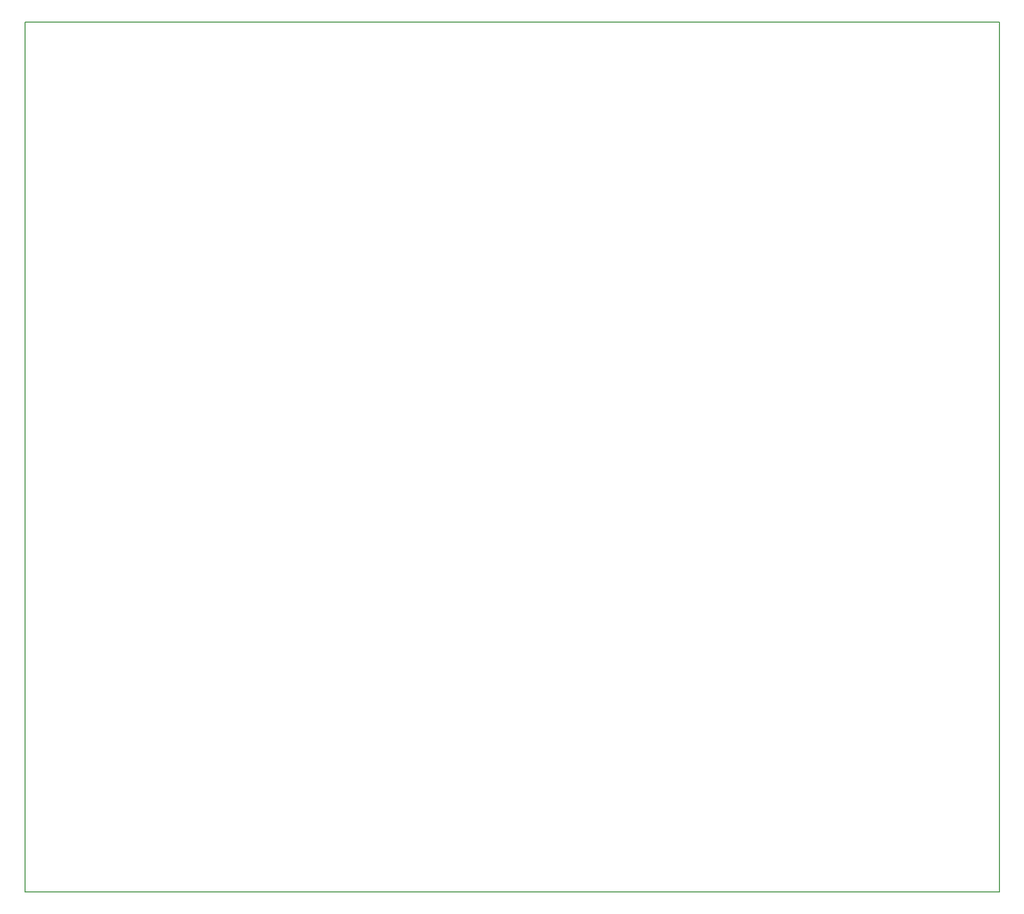
<source format=gbr>
%TF.GenerationSoftware,KiCad,Pcbnew,4.0.7*%
%TF.CreationDate,2018-03-06T18:34:13+01:00*%
%TF.ProjectId,AZTEC_motherboard,415A5445435F6D6F74686572626F6172,rev?*%
%TF.FileFunction,Profile,NP*%
%FSLAX46Y46*%
G04 Gerber Fmt 4.6, Leading zero omitted, Abs format (unit mm)*
G04 Created by KiCad (PCBNEW 4.0.7) date 2018 March 06, Tuesday 18:34:13*
%MOMM*%
%LPD*%
G01*
G04 APERTURE LIST*
%ADD10C,0.150000*%
G04 APERTURE END LIST*
D10*
X186000000Y-165000000D02*
X18000000Y-165000000D01*
X186000000Y-15000000D02*
X186000000Y-165000000D01*
X18000000Y-15000000D02*
X186000000Y-15000000D01*
X18000000Y-165000000D02*
X18000000Y-15000000D01*
M02*

</source>
